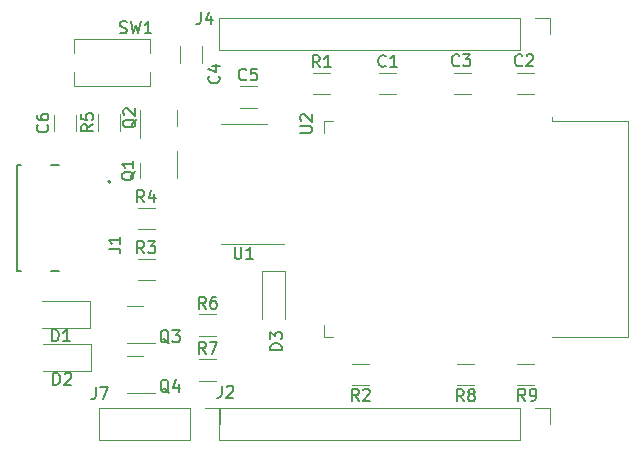
<source format=gto>
G04 #@! TF.GenerationSoftware,KiCad,Pcbnew,7.0.5-0*
G04 #@! TF.CreationDate,2024-02-05T02:45:17-05:00*
G04 #@! TF.ProjectId,keystone-esp,6b657973-746f-46e6-952d-6573702e6b69,rev?*
G04 #@! TF.SameCoordinates,Original*
G04 #@! TF.FileFunction,Legend,Top*
G04 #@! TF.FilePolarity,Positive*
%FSLAX46Y46*%
G04 Gerber Fmt 4.6, Leading zero omitted, Abs format (unit mm)*
G04 Created by KiCad (PCBNEW 7.0.5-0) date 2024-02-05 02:45:17*
%MOMM*%
%LPD*%
G01*
G04 APERTURE LIST*
%ADD10C,0.150000*%
%ADD11C,0.120000*%
%ADD12C,0.200000*%
G04 APERTURE END LIST*
D10*
G04 #@! TO.C,U2*
X200622819Y-87502904D02*
X201432342Y-87502904D01*
X201432342Y-87502904D02*
X201527580Y-87455285D01*
X201527580Y-87455285D02*
X201575200Y-87407666D01*
X201575200Y-87407666D02*
X201622819Y-87312428D01*
X201622819Y-87312428D02*
X201622819Y-87121952D01*
X201622819Y-87121952D02*
X201575200Y-87026714D01*
X201575200Y-87026714D02*
X201527580Y-86979095D01*
X201527580Y-86979095D02*
X201432342Y-86931476D01*
X201432342Y-86931476D02*
X200622819Y-86931476D01*
X200718057Y-86502904D02*
X200670438Y-86455285D01*
X200670438Y-86455285D02*
X200622819Y-86360047D01*
X200622819Y-86360047D02*
X200622819Y-86121952D01*
X200622819Y-86121952D02*
X200670438Y-86026714D01*
X200670438Y-86026714D02*
X200718057Y-85979095D01*
X200718057Y-85979095D02*
X200813295Y-85931476D01*
X200813295Y-85931476D02*
X200908533Y-85931476D01*
X200908533Y-85931476D02*
X201051390Y-85979095D01*
X201051390Y-85979095D02*
X201622819Y-86550523D01*
X201622819Y-86550523D02*
X201622819Y-85931476D01*
G04 #@! TO.C,D3*
X199082819Y-105894094D02*
X198082819Y-105894094D01*
X198082819Y-105894094D02*
X198082819Y-105655999D01*
X198082819Y-105655999D02*
X198130438Y-105513142D01*
X198130438Y-105513142D02*
X198225676Y-105417904D01*
X198225676Y-105417904D02*
X198320914Y-105370285D01*
X198320914Y-105370285D02*
X198511390Y-105322666D01*
X198511390Y-105322666D02*
X198654247Y-105322666D01*
X198654247Y-105322666D02*
X198844723Y-105370285D01*
X198844723Y-105370285D02*
X198939961Y-105417904D01*
X198939961Y-105417904D02*
X199035200Y-105513142D01*
X199035200Y-105513142D02*
X199082819Y-105655999D01*
X199082819Y-105655999D02*
X199082819Y-105894094D01*
X198082819Y-104989332D02*
X198082819Y-104370285D01*
X198082819Y-104370285D02*
X198463771Y-104703618D01*
X198463771Y-104703618D02*
X198463771Y-104560761D01*
X198463771Y-104560761D02*
X198511390Y-104465523D01*
X198511390Y-104465523D02*
X198559009Y-104417904D01*
X198559009Y-104417904D02*
X198654247Y-104370285D01*
X198654247Y-104370285D02*
X198892342Y-104370285D01*
X198892342Y-104370285D02*
X198987580Y-104417904D01*
X198987580Y-104417904D02*
X199035200Y-104465523D01*
X199035200Y-104465523D02*
X199082819Y-104560761D01*
X199082819Y-104560761D02*
X199082819Y-104846475D01*
X199082819Y-104846475D02*
X199035200Y-104941713D01*
X199035200Y-104941713D02*
X198987580Y-104989332D01*
G04 #@! TO.C,J7*
X183308666Y-109055819D02*
X183308666Y-109770104D01*
X183308666Y-109770104D02*
X183261047Y-109912961D01*
X183261047Y-109912961D02*
X183165809Y-110008200D01*
X183165809Y-110008200D02*
X183022952Y-110055819D01*
X183022952Y-110055819D02*
X182927714Y-110055819D01*
X183689619Y-109055819D02*
X184356285Y-109055819D01*
X184356285Y-109055819D02*
X183927714Y-110055819D01*
G04 #@! TO.C,R9*
X219670333Y-110182819D02*
X219337000Y-109706628D01*
X219098905Y-110182819D02*
X219098905Y-109182819D01*
X219098905Y-109182819D02*
X219479857Y-109182819D01*
X219479857Y-109182819D02*
X219575095Y-109230438D01*
X219575095Y-109230438D02*
X219622714Y-109278057D01*
X219622714Y-109278057D02*
X219670333Y-109373295D01*
X219670333Y-109373295D02*
X219670333Y-109516152D01*
X219670333Y-109516152D02*
X219622714Y-109611390D01*
X219622714Y-109611390D02*
X219575095Y-109659009D01*
X219575095Y-109659009D02*
X219479857Y-109706628D01*
X219479857Y-109706628D02*
X219098905Y-109706628D01*
X220146524Y-110182819D02*
X220337000Y-110182819D01*
X220337000Y-110182819D02*
X220432238Y-110135200D01*
X220432238Y-110135200D02*
X220479857Y-110087580D01*
X220479857Y-110087580D02*
X220575095Y-109944723D01*
X220575095Y-109944723D02*
X220622714Y-109754247D01*
X220622714Y-109754247D02*
X220622714Y-109373295D01*
X220622714Y-109373295D02*
X220575095Y-109278057D01*
X220575095Y-109278057D02*
X220527476Y-109230438D01*
X220527476Y-109230438D02*
X220432238Y-109182819D01*
X220432238Y-109182819D02*
X220241762Y-109182819D01*
X220241762Y-109182819D02*
X220146524Y-109230438D01*
X220146524Y-109230438D02*
X220098905Y-109278057D01*
X220098905Y-109278057D02*
X220051286Y-109373295D01*
X220051286Y-109373295D02*
X220051286Y-109611390D01*
X220051286Y-109611390D02*
X220098905Y-109706628D01*
X220098905Y-109706628D02*
X220146524Y-109754247D01*
X220146524Y-109754247D02*
X220241762Y-109801866D01*
X220241762Y-109801866D02*
X220432238Y-109801866D01*
X220432238Y-109801866D02*
X220527476Y-109754247D01*
X220527476Y-109754247D02*
X220575095Y-109706628D01*
X220575095Y-109706628D02*
X220622714Y-109611390D01*
G04 #@! TO.C,R8*
X214463333Y-110224819D02*
X214130000Y-109748628D01*
X213891905Y-110224819D02*
X213891905Y-109224819D01*
X213891905Y-109224819D02*
X214272857Y-109224819D01*
X214272857Y-109224819D02*
X214368095Y-109272438D01*
X214368095Y-109272438D02*
X214415714Y-109320057D01*
X214415714Y-109320057D02*
X214463333Y-109415295D01*
X214463333Y-109415295D02*
X214463333Y-109558152D01*
X214463333Y-109558152D02*
X214415714Y-109653390D01*
X214415714Y-109653390D02*
X214368095Y-109701009D01*
X214368095Y-109701009D02*
X214272857Y-109748628D01*
X214272857Y-109748628D02*
X213891905Y-109748628D01*
X215034762Y-109653390D02*
X214939524Y-109605771D01*
X214939524Y-109605771D02*
X214891905Y-109558152D01*
X214891905Y-109558152D02*
X214844286Y-109462914D01*
X214844286Y-109462914D02*
X214844286Y-109415295D01*
X214844286Y-109415295D02*
X214891905Y-109320057D01*
X214891905Y-109320057D02*
X214939524Y-109272438D01*
X214939524Y-109272438D02*
X215034762Y-109224819D01*
X215034762Y-109224819D02*
X215225238Y-109224819D01*
X215225238Y-109224819D02*
X215320476Y-109272438D01*
X215320476Y-109272438D02*
X215368095Y-109320057D01*
X215368095Y-109320057D02*
X215415714Y-109415295D01*
X215415714Y-109415295D02*
X215415714Y-109462914D01*
X215415714Y-109462914D02*
X215368095Y-109558152D01*
X215368095Y-109558152D02*
X215320476Y-109605771D01*
X215320476Y-109605771D02*
X215225238Y-109653390D01*
X215225238Y-109653390D02*
X215034762Y-109653390D01*
X215034762Y-109653390D02*
X214939524Y-109701009D01*
X214939524Y-109701009D02*
X214891905Y-109748628D01*
X214891905Y-109748628D02*
X214844286Y-109843866D01*
X214844286Y-109843866D02*
X214844286Y-110034342D01*
X214844286Y-110034342D02*
X214891905Y-110129580D01*
X214891905Y-110129580D02*
X214939524Y-110177200D01*
X214939524Y-110177200D02*
X215034762Y-110224819D01*
X215034762Y-110224819D02*
X215225238Y-110224819D01*
X215225238Y-110224819D02*
X215320476Y-110177200D01*
X215320476Y-110177200D02*
X215368095Y-110129580D01*
X215368095Y-110129580D02*
X215415714Y-110034342D01*
X215415714Y-110034342D02*
X215415714Y-109843866D01*
X215415714Y-109843866D02*
X215368095Y-109748628D01*
X215368095Y-109748628D02*
X215320476Y-109701009D01*
X215320476Y-109701009D02*
X215225238Y-109653390D01*
G04 #@! TO.C,SW1*
X185356667Y-79020200D02*
X185499524Y-79067819D01*
X185499524Y-79067819D02*
X185737619Y-79067819D01*
X185737619Y-79067819D02*
X185832857Y-79020200D01*
X185832857Y-79020200D02*
X185880476Y-78972580D01*
X185880476Y-78972580D02*
X185928095Y-78877342D01*
X185928095Y-78877342D02*
X185928095Y-78782104D01*
X185928095Y-78782104D02*
X185880476Y-78686866D01*
X185880476Y-78686866D02*
X185832857Y-78639247D01*
X185832857Y-78639247D02*
X185737619Y-78591628D01*
X185737619Y-78591628D02*
X185547143Y-78544009D01*
X185547143Y-78544009D02*
X185451905Y-78496390D01*
X185451905Y-78496390D02*
X185404286Y-78448771D01*
X185404286Y-78448771D02*
X185356667Y-78353533D01*
X185356667Y-78353533D02*
X185356667Y-78258295D01*
X185356667Y-78258295D02*
X185404286Y-78163057D01*
X185404286Y-78163057D02*
X185451905Y-78115438D01*
X185451905Y-78115438D02*
X185547143Y-78067819D01*
X185547143Y-78067819D02*
X185785238Y-78067819D01*
X185785238Y-78067819D02*
X185928095Y-78115438D01*
X186261429Y-78067819D02*
X186499524Y-79067819D01*
X186499524Y-79067819D02*
X186690000Y-78353533D01*
X186690000Y-78353533D02*
X186880476Y-79067819D01*
X186880476Y-79067819D02*
X187118572Y-78067819D01*
X188023333Y-79067819D02*
X187451905Y-79067819D01*
X187737619Y-79067819D02*
X187737619Y-78067819D01*
X187737619Y-78067819D02*
X187642381Y-78210676D01*
X187642381Y-78210676D02*
X187547143Y-78305914D01*
X187547143Y-78305914D02*
X187451905Y-78353533D01*
G04 #@! TO.C,U1*
X195072095Y-97175819D02*
X195072095Y-97985342D01*
X195072095Y-97985342D02*
X195119714Y-98080580D01*
X195119714Y-98080580D02*
X195167333Y-98128200D01*
X195167333Y-98128200D02*
X195262571Y-98175819D01*
X195262571Y-98175819D02*
X195453047Y-98175819D01*
X195453047Y-98175819D02*
X195548285Y-98128200D01*
X195548285Y-98128200D02*
X195595904Y-98080580D01*
X195595904Y-98080580D02*
X195643523Y-97985342D01*
X195643523Y-97985342D02*
X195643523Y-97175819D01*
X196643523Y-98175819D02*
X196072095Y-98175819D01*
X196357809Y-98175819D02*
X196357809Y-97175819D01*
X196357809Y-97175819D02*
X196262571Y-97318676D01*
X196262571Y-97318676D02*
X196167333Y-97413914D01*
X196167333Y-97413914D02*
X196072095Y-97461533D01*
G04 #@! TO.C,R7*
X192619333Y-106203819D02*
X192286000Y-105727628D01*
X192047905Y-106203819D02*
X192047905Y-105203819D01*
X192047905Y-105203819D02*
X192428857Y-105203819D01*
X192428857Y-105203819D02*
X192524095Y-105251438D01*
X192524095Y-105251438D02*
X192571714Y-105299057D01*
X192571714Y-105299057D02*
X192619333Y-105394295D01*
X192619333Y-105394295D02*
X192619333Y-105537152D01*
X192619333Y-105537152D02*
X192571714Y-105632390D01*
X192571714Y-105632390D02*
X192524095Y-105680009D01*
X192524095Y-105680009D02*
X192428857Y-105727628D01*
X192428857Y-105727628D02*
X192047905Y-105727628D01*
X192952667Y-105203819D02*
X193619333Y-105203819D01*
X193619333Y-105203819D02*
X193190762Y-106203819D01*
G04 #@! TO.C,R6*
X192619333Y-102393819D02*
X192286000Y-101917628D01*
X192047905Y-102393819D02*
X192047905Y-101393819D01*
X192047905Y-101393819D02*
X192428857Y-101393819D01*
X192428857Y-101393819D02*
X192524095Y-101441438D01*
X192524095Y-101441438D02*
X192571714Y-101489057D01*
X192571714Y-101489057D02*
X192619333Y-101584295D01*
X192619333Y-101584295D02*
X192619333Y-101727152D01*
X192619333Y-101727152D02*
X192571714Y-101822390D01*
X192571714Y-101822390D02*
X192524095Y-101870009D01*
X192524095Y-101870009D02*
X192428857Y-101917628D01*
X192428857Y-101917628D02*
X192047905Y-101917628D01*
X193476476Y-101393819D02*
X193286000Y-101393819D01*
X193286000Y-101393819D02*
X193190762Y-101441438D01*
X193190762Y-101441438D02*
X193143143Y-101489057D01*
X193143143Y-101489057D02*
X193047905Y-101631914D01*
X193047905Y-101631914D02*
X193000286Y-101822390D01*
X193000286Y-101822390D02*
X193000286Y-102203342D01*
X193000286Y-102203342D02*
X193047905Y-102298580D01*
X193047905Y-102298580D02*
X193095524Y-102346200D01*
X193095524Y-102346200D02*
X193190762Y-102393819D01*
X193190762Y-102393819D02*
X193381238Y-102393819D01*
X193381238Y-102393819D02*
X193476476Y-102346200D01*
X193476476Y-102346200D02*
X193524095Y-102298580D01*
X193524095Y-102298580D02*
X193571714Y-102203342D01*
X193571714Y-102203342D02*
X193571714Y-101965247D01*
X193571714Y-101965247D02*
X193524095Y-101870009D01*
X193524095Y-101870009D02*
X193476476Y-101822390D01*
X193476476Y-101822390D02*
X193381238Y-101774771D01*
X193381238Y-101774771D02*
X193190762Y-101774771D01*
X193190762Y-101774771D02*
X193095524Y-101822390D01*
X193095524Y-101822390D02*
X193047905Y-101870009D01*
X193047905Y-101870009D02*
X193000286Y-101965247D01*
G04 #@! TO.C,R5*
X183089619Y-86780666D02*
X182613428Y-87113999D01*
X183089619Y-87352094D02*
X182089619Y-87352094D01*
X182089619Y-87352094D02*
X182089619Y-86971142D01*
X182089619Y-86971142D02*
X182137238Y-86875904D01*
X182137238Y-86875904D02*
X182184857Y-86828285D01*
X182184857Y-86828285D02*
X182280095Y-86780666D01*
X182280095Y-86780666D02*
X182422952Y-86780666D01*
X182422952Y-86780666D02*
X182518190Y-86828285D01*
X182518190Y-86828285D02*
X182565809Y-86875904D01*
X182565809Y-86875904D02*
X182613428Y-86971142D01*
X182613428Y-86971142D02*
X182613428Y-87352094D01*
X182089619Y-85875904D02*
X182089619Y-86352094D01*
X182089619Y-86352094D02*
X182565809Y-86399713D01*
X182565809Y-86399713D02*
X182518190Y-86352094D01*
X182518190Y-86352094D02*
X182470571Y-86256856D01*
X182470571Y-86256856D02*
X182470571Y-86018761D01*
X182470571Y-86018761D02*
X182518190Y-85923523D01*
X182518190Y-85923523D02*
X182565809Y-85875904D01*
X182565809Y-85875904D02*
X182661047Y-85828285D01*
X182661047Y-85828285D02*
X182899142Y-85828285D01*
X182899142Y-85828285D02*
X182994380Y-85875904D01*
X182994380Y-85875904D02*
X183042000Y-85923523D01*
X183042000Y-85923523D02*
X183089619Y-86018761D01*
X183089619Y-86018761D02*
X183089619Y-86256856D01*
X183089619Y-86256856D02*
X183042000Y-86352094D01*
X183042000Y-86352094D02*
X182994380Y-86399713D01*
G04 #@! TO.C,R4*
X187412333Y-93376819D02*
X187079000Y-92900628D01*
X186840905Y-93376819D02*
X186840905Y-92376819D01*
X186840905Y-92376819D02*
X187221857Y-92376819D01*
X187221857Y-92376819D02*
X187317095Y-92424438D01*
X187317095Y-92424438D02*
X187364714Y-92472057D01*
X187364714Y-92472057D02*
X187412333Y-92567295D01*
X187412333Y-92567295D02*
X187412333Y-92710152D01*
X187412333Y-92710152D02*
X187364714Y-92805390D01*
X187364714Y-92805390D02*
X187317095Y-92853009D01*
X187317095Y-92853009D02*
X187221857Y-92900628D01*
X187221857Y-92900628D02*
X186840905Y-92900628D01*
X188269476Y-92710152D02*
X188269476Y-93376819D01*
X188031381Y-92329200D02*
X187793286Y-93043485D01*
X187793286Y-93043485D02*
X188412333Y-93043485D01*
G04 #@! TO.C,R3*
X187412333Y-97694819D02*
X187079000Y-97218628D01*
X186840905Y-97694819D02*
X186840905Y-96694819D01*
X186840905Y-96694819D02*
X187221857Y-96694819D01*
X187221857Y-96694819D02*
X187317095Y-96742438D01*
X187317095Y-96742438D02*
X187364714Y-96790057D01*
X187364714Y-96790057D02*
X187412333Y-96885295D01*
X187412333Y-96885295D02*
X187412333Y-97028152D01*
X187412333Y-97028152D02*
X187364714Y-97123390D01*
X187364714Y-97123390D02*
X187317095Y-97171009D01*
X187317095Y-97171009D02*
X187221857Y-97218628D01*
X187221857Y-97218628D02*
X186840905Y-97218628D01*
X187745667Y-96694819D02*
X188364714Y-96694819D01*
X188364714Y-96694819D02*
X188031381Y-97075771D01*
X188031381Y-97075771D02*
X188174238Y-97075771D01*
X188174238Y-97075771D02*
X188269476Y-97123390D01*
X188269476Y-97123390D02*
X188317095Y-97171009D01*
X188317095Y-97171009D02*
X188364714Y-97266247D01*
X188364714Y-97266247D02*
X188364714Y-97504342D01*
X188364714Y-97504342D02*
X188317095Y-97599580D01*
X188317095Y-97599580D02*
X188269476Y-97647200D01*
X188269476Y-97647200D02*
X188174238Y-97694819D01*
X188174238Y-97694819D02*
X187888524Y-97694819D01*
X187888524Y-97694819D02*
X187793286Y-97647200D01*
X187793286Y-97647200D02*
X187745667Y-97599580D01*
G04 #@! TO.C,R2*
X205573333Y-110182819D02*
X205240000Y-109706628D01*
X205001905Y-110182819D02*
X205001905Y-109182819D01*
X205001905Y-109182819D02*
X205382857Y-109182819D01*
X205382857Y-109182819D02*
X205478095Y-109230438D01*
X205478095Y-109230438D02*
X205525714Y-109278057D01*
X205525714Y-109278057D02*
X205573333Y-109373295D01*
X205573333Y-109373295D02*
X205573333Y-109516152D01*
X205573333Y-109516152D02*
X205525714Y-109611390D01*
X205525714Y-109611390D02*
X205478095Y-109659009D01*
X205478095Y-109659009D02*
X205382857Y-109706628D01*
X205382857Y-109706628D02*
X205001905Y-109706628D01*
X205954286Y-109278057D02*
X206001905Y-109230438D01*
X206001905Y-109230438D02*
X206097143Y-109182819D01*
X206097143Y-109182819D02*
X206335238Y-109182819D01*
X206335238Y-109182819D02*
X206430476Y-109230438D01*
X206430476Y-109230438D02*
X206478095Y-109278057D01*
X206478095Y-109278057D02*
X206525714Y-109373295D01*
X206525714Y-109373295D02*
X206525714Y-109468533D01*
X206525714Y-109468533D02*
X206478095Y-109611390D01*
X206478095Y-109611390D02*
X205906667Y-110182819D01*
X205906667Y-110182819D02*
X206525714Y-110182819D01*
G04 #@! TO.C,R1*
X202271333Y-81946819D02*
X201938000Y-81470628D01*
X201699905Y-81946819D02*
X201699905Y-80946819D01*
X201699905Y-80946819D02*
X202080857Y-80946819D01*
X202080857Y-80946819D02*
X202176095Y-80994438D01*
X202176095Y-80994438D02*
X202223714Y-81042057D01*
X202223714Y-81042057D02*
X202271333Y-81137295D01*
X202271333Y-81137295D02*
X202271333Y-81280152D01*
X202271333Y-81280152D02*
X202223714Y-81375390D01*
X202223714Y-81375390D02*
X202176095Y-81423009D01*
X202176095Y-81423009D02*
X202080857Y-81470628D01*
X202080857Y-81470628D02*
X201699905Y-81470628D01*
X203223714Y-81946819D02*
X202652286Y-81946819D01*
X202938000Y-81946819D02*
X202938000Y-80946819D01*
X202938000Y-80946819D02*
X202842762Y-81089676D01*
X202842762Y-81089676D02*
X202747524Y-81184914D01*
X202747524Y-81184914D02*
X202652286Y-81232533D01*
G04 #@! TO.C,Q4*
X189515761Y-109516057D02*
X189420523Y-109468438D01*
X189420523Y-109468438D02*
X189325285Y-109373200D01*
X189325285Y-109373200D02*
X189182428Y-109230342D01*
X189182428Y-109230342D02*
X189087190Y-109182723D01*
X189087190Y-109182723D02*
X188991952Y-109182723D01*
X189039571Y-109420819D02*
X188944333Y-109373200D01*
X188944333Y-109373200D02*
X188849095Y-109277961D01*
X188849095Y-109277961D02*
X188801476Y-109087485D01*
X188801476Y-109087485D02*
X188801476Y-108754152D01*
X188801476Y-108754152D02*
X188849095Y-108563676D01*
X188849095Y-108563676D02*
X188944333Y-108468438D01*
X188944333Y-108468438D02*
X189039571Y-108420819D01*
X189039571Y-108420819D02*
X189230047Y-108420819D01*
X189230047Y-108420819D02*
X189325285Y-108468438D01*
X189325285Y-108468438D02*
X189420523Y-108563676D01*
X189420523Y-108563676D02*
X189468142Y-108754152D01*
X189468142Y-108754152D02*
X189468142Y-109087485D01*
X189468142Y-109087485D02*
X189420523Y-109277961D01*
X189420523Y-109277961D02*
X189325285Y-109373200D01*
X189325285Y-109373200D02*
X189230047Y-109420819D01*
X189230047Y-109420819D02*
X189039571Y-109420819D01*
X190325285Y-108754152D02*
X190325285Y-109420819D01*
X190087190Y-108373200D02*
X189849095Y-109087485D01*
X189849095Y-109087485D02*
X190468142Y-109087485D01*
G04 #@! TO.C,Q3*
X189515761Y-105325057D02*
X189420523Y-105277438D01*
X189420523Y-105277438D02*
X189325285Y-105182200D01*
X189325285Y-105182200D02*
X189182428Y-105039342D01*
X189182428Y-105039342D02*
X189087190Y-104991723D01*
X189087190Y-104991723D02*
X188991952Y-104991723D01*
X189039571Y-105229819D02*
X188944333Y-105182200D01*
X188944333Y-105182200D02*
X188849095Y-105086961D01*
X188849095Y-105086961D02*
X188801476Y-104896485D01*
X188801476Y-104896485D02*
X188801476Y-104563152D01*
X188801476Y-104563152D02*
X188849095Y-104372676D01*
X188849095Y-104372676D02*
X188944333Y-104277438D01*
X188944333Y-104277438D02*
X189039571Y-104229819D01*
X189039571Y-104229819D02*
X189230047Y-104229819D01*
X189230047Y-104229819D02*
X189325285Y-104277438D01*
X189325285Y-104277438D02*
X189420523Y-104372676D01*
X189420523Y-104372676D02*
X189468142Y-104563152D01*
X189468142Y-104563152D02*
X189468142Y-104896485D01*
X189468142Y-104896485D02*
X189420523Y-105086961D01*
X189420523Y-105086961D02*
X189325285Y-105182200D01*
X189325285Y-105182200D02*
X189230047Y-105229819D01*
X189230047Y-105229819D02*
X189039571Y-105229819D01*
X189801476Y-104229819D02*
X190420523Y-104229819D01*
X190420523Y-104229819D02*
X190087190Y-104610771D01*
X190087190Y-104610771D02*
X190230047Y-104610771D01*
X190230047Y-104610771D02*
X190325285Y-104658390D01*
X190325285Y-104658390D02*
X190372904Y-104706009D01*
X190372904Y-104706009D02*
X190420523Y-104801247D01*
X190420523Y-104801247D02*
X190420523Y-105039342D01*
X190420523Y-105039342D02*
X190372904Y-105134580D01*
X190372904Y-105134580D02*
X190325285Y-105182200D01*
X190325285Y-105182200D02*
X190230047Y-105229819D01*
X190230047Y-105229819D02*
X189944333Y-105229819D01*
X189944333Y-105229819D02*
X189849095Y-105182200D01*
X189849095Y-105182200D02*
X189801476Y-105134580D01*
G04 #@! TO.C,Q2*
X186745057Y-86328238D02*
X186697438Y-86423476D01*
X186697438Y-86423476D02*
X186602200Y-86518714D01*
X186602200Y-86518714D02*
X186459342Y-86661571D01*
X186459342Y-86661571D02*
X186411723Y-86756809D01*
X186411723Y-86756809D02*
X186411723Y-86852047D01*
X186649819Y-86804428D02*
X186602200Y-86899666D01*
X186602200Y-86899666D02*
X186506961Y-86994904D01*
X186506961Y-86994904D02*
X186316485Y-87042523D01*
X186316485Y-87042523D02*
X185983152Y-87042523D01*
X185983152Y-87042523D02*
X185792676Y-86994904D01*
X185792676Y-86994904D02*
X185697438Y-86899666D01*
X185697438Y-86899666D02*
X185649819Y-86804428D01*
X185649819Y-86804428D02*
X185649819Y-86613952D01*
X185649819Y-86613952D02*
X185697438Y-86518714D01*
X185697438Y-86518714D02*
X185792676Y-86423476D01*
X185792676Y-86423476D02*
X185983152Y-86375857D01*
X185983152Y-86375857D02*
X186316485Y-86375857D01*
X186316485Y-86375857D02*
X186506961Y-86423476D01*
X186506961Y-86423476D02*
X186602200Y-86518714D01*
X186602200Y-86518714D02*
X186649819Y-86613952D01*
X186649819Y-86613952D02*
X186649819Y-86804428D01*
X185745057Y-85994904D02*
X185697438Y-85947285D01*
X185697438Y-85947285D02*
X185649819Y-85852047D01*
X185649819Y-85852047D02*
X185649819Y-85613952D01*
X185649819Y-85613952D02*
X185697438Y-85518714D01*
X185697438Y-85518714D02*
X185745057Y-85471095D01*
X185745057Y-85471095D02*
X185840295Y-85423476D01*
X185840295Y-85423476D02*
X185935533Y-85423476D01*
X185935533Y-85423476D02*
X186078390Y-85471095D01*
X186078390Y-85471095D02*
X186649819Y-86042523D01*
X186649819Y-86042523D02*
X186649819Y-85423476D01*
G04 #@! TO.C,Q1*
X186605057Y-90773238D02*
X186557438Y-90868476D01*
X186557438Y-90868476D02*
X186462200Y-90963714D01*
X186462200Y-90963714D02*
X186319342Y-91106571D01*
X186319342Y-91106571D02*
X186271723Y-91201809D01*
X186271723Y-91201809D02*
X186271723Y-91297047D01*
X186509819Y-91249428D02*
X186462200Y-91344666D01*
X186462200Y-91344666D02*
X186366961Y-91439904D01*
X186366961Y-91439904D02*
X186176485Y-91487523D01*
X186176485Y-91487523D02*
X185843152Y-91487523D01*
X185843152Y-91487523D02*
X185652676Y-91439904D01*
X185652676Y-91439904D02*
X185557438Y-91344666D01*
X185557438Y-91344666D02*
X185509819Y-91249428D01*
X185509819Y-91249428D02*
X185509819Y-91058952D01*
X185509819Y-91058952D02*
X185557438Y-90963714D01*
X185557438Y-90963714D02*
X185652676Y-90868476D01*
X185652676Y-90868476D02*
X185843152Y-90820857D01*
X185843152Y-90820857D02*
X186176485Y-90820857D01*
X186176485Y-90820857D02*
X186366961Y-90868476D01*
X186366961Y-90868476D02*
X186462200Y-90963714D01*
X186462200Y-90963714D02*
X186509819Y-91058952D01*
X186509819Y-91058952D02*
X186509819Y-91249428D01*
X186509819Y-89868476D02*
X186509819Y-90439904D01*
X186509819Y-90154190D02*
X185509819Y-90154190D01*
X185509819Y-90154190D02*
X185652676Y-90249428D01*
X185652676Y-90249428D02*
X185747914Y-90344666D01*
X185747914Y-90344666D02*
X185795533Y-90439904D01*
G04 #@! TO.C,J4*
X192198666Y-77305819D02*
X192198666Y-78020104D01*
X192198666Y-78020104D02*
X192151047Y-78162961D01*
X192151047Y-78162961D02*
X192055809Y-78258200D01*
X192055809Y-78258200D02*
X191912952Y-78305819D01*
X191912952Y-78305819D02*
X191817714Y-78305819D01*
X193103428Y-77639152D02*
X193103428Y-78305819D01*
X192865333Y-77258200D02*
X192627238Y-77972485D01*
X192627238Y-77972485D02*
X193246285Y-77972485D01*
G04 #@! TO.C,J2*
X193976666Y-108928819D02*
X193976666Y-109643104D01*
X193976666Y-109643104D02*
X193929047Y-109785961D01*
X193929047Y-109785961D02*
X193833809Y-109881200D01*
X193833809Y-109881200D02*
X193690952Y-109928819D01*
X193690952Y-109928819D02*
X193595714Y-109928819D01*
X194405238Y-109024057D02*
X194452857Y-108976438D01*
X194452857Y-108976438D02*
X194548095Y-108928819D01*
X194548095Y-108928819D02*
X194786190Y-108928819D01*
X194786190Y-108928819D02*
X194881428Y-108976438D01*
X194881428Y-108976438D02*
X194929047Y-109024057D01*
X194929047Y-109024057D02*
X194976666Y-109119295D01*
X194976666Y-109119295D02*
X194976666Y-109214533D01*
X194976666Y-109214533D02*
X194929047Y-109357390D01*
X194929047Y-109357390D02*
X194357619Y-109928819D01*
X194357619Y-109928819D02*
X194976666Y-109928819D01*
G04 #@! TO.C,J1*
X184404819Y-97317333D02*
X185119104Y-97317333D01*
X185119104Y-97317333D02*
X185261961Y-97364952D01*
X185261961Y-97364952D02*
X185357200Y-97460190D01*
X185357200Y-97460190D02*
X185404819Y-97603047D01*
X185404819Y-97603047D02*
X185404819Y-97698285D01*
X185404819Y-96317333D02*
X185404819Y-96888761D01*
X185404819Y-96603047D02*
X184404819Y-96603047D01*
X184404819Y-96603047D02*
X184547676Y-96698285D01*
X184547676Y-96698285D02*
X184642914Y-96793523D01*
X184642914Y-96793523D02*
X184690533Y-96888761D01*
G04 #@! TO.C,D2*
X179728905Y-108827819D02*
X179728905Y-107827819D01*
X179728905Y-107827819D02*
X179967000Y-107827819D01*
X179967000Y-107827819D02*
X180109857Y-107875438D01*
X180109857Y-107875438D02*
X180205095Y-107970676D01*
X180205095Y-107970676D02*
X180252714Y-108065914D01*
X180252714Y-108065914D02*
X180300333Y-108256390D01*
X180300333Y-108256390D02*
X180300333Y-108399247D01*
X180300333Y-108399247D02*
X180252714Y-108589723D01*
X180252714Y-108589723D02*
X180205095Y-108684961D01*
X180205095Y-108684961D02*
X180109857Y-108780200D01*
X180109857Y-108780200D02*
X179967000Y-108827819D01*
X179967000Y-108827819D02*
X179728905Y-108827819D01*
X180681286Y-107923057D02*
X180728905Y-107875438D01*
X180728905Y-107875438D02*
X180824143Y-107827819D01*
X180824143Y-107827819D02*
X181062238Y-107827819D01*
X181062238Y-107827819D02*
X181157476Y-107875438D01*
X181157476Y-107875438D02*
X181205095Y-107923057D01*
X181205095Y-107923057D02*
X181252714Y-108018295D01*
X181252714Y-108018295D02*
X181252714Y-108113533D01*
X181252714Y-108113533D02*
X181205095Y-108256390D01*
X181205095Y-108256390D02*
X180633667Y-108827819D01*
X180633667Y-108827819D02*
X181252714Y-108827819D01*
G04 #@! TO.C,D1*
X179601905Y-105144819D02*
X179601905Y-104144819D01*
X179601905Y-104144819D02*
X179840000Y-104144819D01*
X179840000Y-104144819D02*
X179982857Y-104192438D01*
X179982857Y-104192438D02*
X180078095Y-104287676D01*
X180078095Y-104287676D02*
X180125714Y-104382914D01*
X180125714Y-104382914D02*
X180173333Y-104573390D01*
X180173333Y-104573390D02*
X180173333Y-104716247D01*
X180173333Y-104716247D02*
X180125714Y-104906723D01*
X180125714Y-104906723D02*
X180078095Y-105001961D01*
X180078095Y-105001961D02*
X179982857Y-105097200D01*
X179982857Y-105097200D02*
X179840000Y-105144819D01*
X179840000Y-105144819D02*
X179601905Y-105144819D01*
X181125714Y-105144819D02*
X180554286Y-105144819D01*
X180840000Y-105144819D02*
X180840000Y-104144819D01*
X180840000Y-104144819D02*
X180744762Y-104287676D01*
X180744762Y-104287676D02*
X180649524Y-104382914D01*
X180649524Y-104382914D02*
X180554286Y-104430533D01*
G04 #@! TO.C,C6*
X179205180Y-86831466D02*
X179252800Y-86879085D01*
X179252800Y-86879085D02*
X179300419Y-87021942D01*
X179300419Y-87021942D02*
X179300419Y-87117180D01*
X179300419Y-87117180D02*
X179252800Y-87260037D01*
X179252800Y-87260037D02*
X179157561Y-87355275D01*
X179157561Y-87355275D02*
X179062323Y-87402894D01*
X179062323Y-87402894D02*
X178871847Y-87450513D01*
X178871847Y-87450513D02*
X178728990Y-87450513D01*
X178728990Y-87450513D02*
X178538514Y-87402894D01*
X178538514Y-87402894D02*
X178443276Y-87355275D01*
X178443276Y-87355275D02*
X178348038Y-87260037D01*
X178348038Y-87260037D02*
X178300419Y-87117180D01*
X178300419Y-87117180D02*
X178300419Y-87021942D01*
X178300419Y-87021942D02*
X178348038Y-86879085D01*
X178348038Y-86879085D02*
X178395657Y-86831466D01*
X178300419Y-85974323D02*
X178300419Y-86164799D01*
X178300419Y-86164799D02*
X178348038Y-86260037D01*
X178348038Y-86260037D02*
X178395657Y-86307656D01*
X178395657Y-86307656D02*
X178538514Y-86402894D01*
X178538514Y-86402894D02*
X178728990Y-86450513D01*
X178728990Y-86450513D02*
X179109942Y-86450513D01*
X179109942Y-86450513D02*
X179205180Y-86402894D01*
X179205180Y-86402894D02*
X179252800Y-86355275D01*
X179252800Y-86355275D02*
X179300419Y-86260037D01*
X179300419Y-86260037D02*
X179300419Y-86069561D01*
X179300419Y-86069561D02*
X179252800Y-85974323D01*
X179252800Y-85974323D02*
X179205180Y-85926704D01*
X179205180Y-85926704D02*
X179109942Y-85879085D01*
X179109942Y-85879085D02*
X178871847Y-85879085D01*
X178871847Y-85879085D02*
X178776609Y-85926704D01*
X178776609Y-85926704D02*
X178728990Y-85974323D01*
X178728990Y-85974323D02*
X178681371Y-86069561D01*
X178681371Y-86069561D02*
X178681371Y-86260037D01*
X178681371Y-86260037D02*
X178728990Y-86355275D01*
X178728990Y-86355275D02*
X178776609Y-86402894D01*
X178776609Y-86402894D02*
X178871847Y-86450513D01*
G04 #@! TO.C,C5*
X196048333Y-82964580D02*
X196000714Y-83012200D01*
X196000714Y-83012200D02*
X195857857Y-83059819D01*
X195857857Y-83059819D02*
X195762619Y-83059819D01*
X195762619Y-83059819D02*
X195619762Y-83012200D01*
X195619762Y-83012200D02*
X195524524Y-82916961D01*
X195524524Y-82916961D02*
X195476905Y-82821723D01*
X195476905Y-82821723D02*
X195429286Y-82631247D01*
X195429286Y-82631247D02*
X195429286Y-82488390D01*
X195429286Y-82488390D02*
X195476905Y-82297914D01*
X195476905Y-82297914D02*
X195524524Y-82202676D01*
X195524524Y-82202676D02*
X195619762Y-82107438D01*
X195619762Y-82107438D02*
X195762619Y-82059819D01*
X195762619Y-82059819D02*
X195857857Y-82059819D01*
X195857857Y-82059819D02*
X196000714Y-82107438D01*
X196000714Y-82107438D02*
X196048333Y-82155057D01*
X196953095Y-82059819D02*
X196476905Y-82059819D01*
X196476905Y-82059819D02*
X196429286Y-82536009D01*
X196429286Y-82536009D02*
X196476905Y-82488390D01*
X196476905Y-82488390D02*
X196572143Y-82440771D01*
X196572143Y-82440771D02*
X196810238Y-82440771D01*
X196810238Y-82440771D02*
X196905476Y-82488390D01*
X196905476Y-82488390D02*
X196953095Y-82536009D01*
X196953095Y-82536009D02*
X197000714Y-82631247D01*
X197000714Y-82631247D02*
X197000714Y-82869342D01*
X197000714Y-82869342D02*
X196953095Y-82964580D01*
X196953095Y-82964580D02*
X196905476Y-83012200D01*
X196905476Y-83012200D02*
X196810238Y-83059819D01*
X196810238Y-83059819D02*
X196572143Y-83059819D01*
X196572143Y-83059819D02*
X196476905Y-83012200D01*
X196476905Y-83012200D02*
X196429286Y-82964580D01*
G04 #@! TO.C,C4*
X193729780Y-82691266D02*
X193777400Y-82738885D01*
X193777400Y-82738885D02*
X193825019Y-82881742D01*
X193825019Y-82881742D02*
X193825019Y-82976980D01*
X193825019Y-82976980D02*
X193777400Y-83119837D01*
X193777400Y-83119837D02*
X193682161Y-83215075D01*
X193682161Y-83215075D02*
X193586923Y-83262694D01*
X193586923Y-83262694D02*
X193396447Y-83310313D01*
X193396447Y-83310313D02*
X193253590Y-83310313D01*
X193253590Y-83310313D02*
X193063114Y-83262694D01*
X193063114Y-83262694D02*
X192967876Y-83215075D01*
X192967876Y-83215075D02*
X192872638Y-83119837D01*
X192872638Y-83119837D02*
X192825019Y-82976980D01*
X192825019Y-82976980D02*
X192825019Y-82881742D01*
X192825019Y-82881742D02*
X192872638Y-82738885D01*
X192872638Y-82738885D02*
X192920257Y-82691266D01*
X193158352Y-81834123D02*
X193825019Y-81834123D01*
X192777400Y-82072218D02*
X193491685Y-82310313D01*
X193491685Y-82310313D02*
X193491685Y-81691266D01*
G04 #@! TO.C,C3*
X214082333Y-81766580D02*
X214034714Y-81814200D01*
X214034714Y-81814200D02*
X213891857Y-81861819D01*
X213891857Y-81861819D02*
X213796619Y-81861819D01*
X213796619Y-81861819D02*
X213653762Y-81814200D01*
X213653762Y-81814200D02*
X213558524Y-81718961D01*
X213558524Y-81718961D02*
X213510905Y-81623723D01*
X213510905Y-81623723D02*
X213463286Y-81433247D01*
X213463286Y-81433247D02*
X213463286Y-81290390D01*
X213463286Y-81290390D02*
X213510905Y-81099914D01*
X213510905Y-81099914D02*
X213558524Y-81004676D01*
X213558524Y-81004676D02*
X213653762Y-80909438D01*
X213653762Y-80909438D02*
X213796619Y-80861819D01*
X213796619Y-80861819D02*
X213891857Y-80861819D01*
X213891857Y-80861819D02*
X214034714Y-80909438D01*
X214034714Y-80909438D02*
X214082333Y-80957057D01*
X214415667Y-80861819D02*
X215034714Y-80861819D01*
X215034714Y-80861819D02*
X214701381Y-81242771D01*
X214701381Y-81242771D02*
X214844238Y-81242771D01*
X214844238Y-81242771D02*
X214939476Y-81290390D01*
X214939476Y-81290390D02*
X214987095Y-81338009D01*
X214987095Y-81338009D02*
X215034714Y-81433247D01*
X215034714Y-81433247D02*
X215034714Y-81671342D01*
X215034714Y-81671342D02*
X214987095Y-81766580D01*
X214987095Y-81766580D02*
X214939476Y-81814200D01*
X214939476Y-81814200D02*
X214844238Y-81861819D01*
X214844238Y-81861819D02*
X214558524Y-81861819D01*
X214558524Y-81861819D02*
X214463286Y-81814200D01*
X214463286Y-81814200D02*
X214415667Y-81766580D01*
G04 #@! TO.C,C2*
X219416333Y-81766580D02*
X219368714Y-81814200D01*
X219368714Y-81814200D02*
X219225857Y-81861819D01*
X219225857Y-81861819D02*
X219130619Y-81861819D01*
X219130619Y-81861819D02*
X218987762Y-81814200D01*
X218987762Y-81814200D02*
X218892524Y-81718961D01*
X218892524Y-81718961D02*
X218844905Y-81623723D01*
X218844905Y-81623723D02*
X218797286Y-81433247D01*
X218797286Y-81433247D02*
X218797286Y-81290390D01*
X218797286Y-81290390D02*
X218844905Y-81099914D01*
X218844905Y-81099914D02*
X218892524Y-81004676D01*
X218892524Y-81004676D02*
X218987762Y-80909438D01*
X218987762Y-80909438D02*
X219130619Y-80861819D01*
X219130619Y-80861819D02*
X219225857Y-80861819D01*
X219225857Y-80861819D02*
X219368714Y-80909438D01*
X219368714Y-80909438D02*
X219416333Y-80957057D01*
X219797286Y-80957057D02*
X219844905Y-80909438D01*
X219844905Y-80909438D02*
X219940143Y-80861819D01*
X219940143Y-80861819D02*
X220178238Y-80861819D01*
X220178238Y-80861819D02*
X220273476Y-80909438D01*
X220273476Y-80909438D02*
X220321095Y-80957057D01*
X220321095Y-80957057D02*
X220368714Y-81052295D01*
X220368714Y-81052295D02*
X220368714Y-81147533D01*
X220368714Y-81147533D02*
X220321095Y-81290390D01*
X220321095Y-81290390D02*
X219749667Y-81861819D01*
X219749667Y-81861819D02*
X220368714Y-81861819D01*
G04 #@! TO.C,C1*
X207859333Y-81821580D02*
X207811714Y-81869200D01*
X207811714Y-81869200D02*
X207668857Y-81916819D01*
X207668857Y-81916819D02*
X207573619Y-81916819D01*
X207573619Y-81916819D02*
X207430762Y-81869200D01*
X207430762Y-81869200D02*
X207335524Y-81773961D01*
X207335524Y-81773961D02*
X207287905Y-81678723D01*
X207287905Y-81678723D02*
X207240286Y-81488247D01*
X207240286Y-81488247D02*
X207240286Y-81345390D01*
X207240286Y-81345390D02*
X207287905Y-81154914D01*
X207287905Y-81154914D02*
X207335524Y-81059676D01*
X207335524Y-81059676D02*
X207430762Y-80964438D01*
X207430762Y-80964438D02*
X207573619Y-80916819D01*
X207573619Y-80916819D02*
X207668857Y-80916819D01*
X207668857Y-80916819D02*
X207811714Y-80964438D01*
X207811714Y-80964438D02*
X207859333Y-81012057D01*
X208811714Y-81916819D02*
X208240286Y-81916819D01*
X208526000Y-81916819D02*
X208526000Y-80916819D01*
X208526000Y-80916819D02*
X208430762Y-81059676D01*
X208430762Y-81059676D02*
X208335524Y-81154914D01*
X208335524Y-81154914D02*
X208240286Y-81202533D01*
D11*
G04 #@! TO.C,U2*
X202636000Y-86533000D02*
X202636000Y-87533000D01*
X203416000Y-86533000D02*
X202636000Y-86533000D01*
X221961000Y-86533000D02*
X221961000Y-86153000D01*
X202636000Y-104773000D02*
X202636000Y-103773000D01*
X203416000Y-104773000D02*
X202636000Y-104773000D01*
X228376000Y-86533000D02*
X221961000Y-86533000D01*
X228376000Y-86533000D02*
X228376000Y-104773000D01*
X228376000Y-104773000D02*
X221961000Y-104773000D01*
G04 #@! TO.C,D3*
X197374000Y-99240000D02*
X197374000Y-103250000D01*
X199374000Y-99240000D02*
X199374000Y-103250000D01*
X199374000Y-99240000D02*
X197374000Y-99240000D01*
G04 #@! TO.C,J7*
X191262000Y-113471000D02*
X183582000Y-113471000D01*
X192532000Y-110811000D02*
X193862000Y-110811000D01*
X183582000Y-110811000D02*
X183582000Y-113471000D01*
X191262000Y-110811000D02*
X191262000Y-113471000D01*
X193862000Y-110811000D02*
X193862000Y-112141000D01*
X191262000Y-110811000D02*
X183582000Y-110811000D01*
G04 #@! TO.C,R9*
X218982936Y-107040000D02*
X220437064Y-107040000D01*
X218982936Y-108860000D02*
X220437064Y-108860000D01*
G04 #@! TO.C,R8*
X215357064Y-108860000D02*
X213902936Y-108860000D01*
X215357064Y-107040000D02*
X213902936Y-107040000D01*
G04 #@! TO.C,SW1*
X181508800Y-83534000D02*
X187908800Y-83534000D01*
X187908800Y-80734000D02*
X187908800Y-79534000D01*
X187908800Y-83534000D02*
X187908800Y-82334000D01*
X187908800Y-79534000D02*
X181508800Y-79534000D01*
X181508800Y-82334000D02*
X181508800Y-83534000D01*
X181508800Y-79534000D02*
X181508800Y-80734000D01*
G04 #@! TO.C,U1*
X195834000Y-96881000D02*
X199284000Y-96881000D01*
X195834000Y-86761000D02*
X193884000Y-86761000D01*
X195834000Y-96881000D02*
X193884000Y-96881000D01*
X195834000Y-86761000D02*
X197784000Y-86761000D01*
G04 #@! TO.C,R7*
X192058936Y-108479000D02*
X193513064Y-108479000D01*
X192058936Y-106659000D02*
X193513064Y-106659000D01*
G04 #@! TO.C,R6*
X192058936Y-102849000D02*
X193513064Y-102849000D01*
X192058936Y-104669000D02*
X193513064Y-104669000D01*
G04 #@! TO.C,R5*
X183544800Y-87341064D02*
X183544800Y-85886936D01*
X185364800Y-87341064D02*
X185364800Y-85886936D01*
G04 #@! TO.C,R4*
X186851936Y-93832000D02*
X188306064Y-93832000D01*
X186851936Y-95652000D02*
X188306064Y-95652000D01*
G04 #@! TO.C,R3*
X186851936Y-98150000D02*
X188306064Y-98150000D01*
X186851936Y-99970000D02*
X188306064Y-99970000D01*
G04 #@! TO.C,R2*
X205012936Y-107040000D02*
X206467064Y-107040000D01*
X205012936Y-108860000D02*
X206467064Y-108860000D01*
G04 #@! TO.C,R1*
X201710936Y-82402000D02*
X203165064Y-82402000D01*
X201710936Y-84222000D02*
X203165064Y-84222000D01*
G04 #@! TO.C,Q4*
X186639200Y-109510000D02*
X185989200Y-109510000D01*
X186639200Y-106390000D02*
X185989200Y-106390000D01*
X186639200Y-109510000D02*
X188314200Y-109510000D01*
X186639200Y-106390000D02*
X187289200Y-106390000D01*
G04 #@! TO.C,Q3*
X186639200Y-105293600D02*
X185989200Y-105293600D01*
X186639200Y-102173600D02*
X185989200Y-102173600D01*
X186639200Y-105293600D02*
X188314200Y-105293600D01*
X186639200Y-102173600D02*
X187289200Y-102173600D01*
G04 #@! TO.C,Q2*
X187035000Y-86233000D02*
X187035000Y-85583000D01*
X190155000Y-86233000D02*
X190155000Y-85583000D01*
X187035000Y-86233000D02*
X187035000Y-87908000D01*
X190155000Y-86233000D02*
X190155000Y-86883000D01*
G04 #@! TO.C,Q1*
X190180400Y-90678000D02*
X190180400Y-91328000D01*
X187060400Y-90678000D02*
X187060400Y-91328000D01*
X190180400Y-90678000D02*
X190180400Y-89003000D01*
X187060400Y-90678000D02*
X187060400Y-90028000D01*
G04 #@! TO.C,J4*
X221802000Y-77791000D02*
X221802000Y-79121000D01*
X219202000Y-77791000D02*
X193742000Y-77791000D01*
X193742000Y-77791000D02*
X193742000Y-80451000D01*
X219202000Y-77791000D02*
X219202000Y-80451000D01*
X219202000Y-80451000D02*
X193742000Y-80451000D01*
X220472000Y-77791000D02*
X221802000Y-77791000D01*
G04 #@! TO.C,J2*
X221802000Y-110811000D02*
X221802000Y-112141000D01*
X219202000Y-110811000D02*
X193742000Y-110811000D01*
X193742000Y-110811000D02*
X193742000Y-113471000D01*
X219202000Y-110811000D02*
X219202000Y-113471000D01*
X219202000Y-113471000D02*
X193742000Y-113471000D01*
X220472000Y-110811000D02*
X221802000Y-110811000D01*
D12*
G04 #@! TO.C,J1*
X180196000Y-90228000D02*
X179516000Y-90228000D01*
X176956000Y-90228000D02*
X176606000Y-90228000D01*
X176606000Y-90228000D02*
X176606000Y-99168000D01*
X180196000Y-99168000D02*
X179516000Y-99168000D01*
X176606000Y-99168000D02*
X176956000Y-99168000D01*
X184542000Y-91650000D02*
G75*
G03*
X184542000Y-91650000I-100000J0D01*
G01*
D11*
G04 #@! TO.C,D2*
X182927000Y-105418000D02*
X178867000Y-105418000D01*
X182927000Y-107688000D02*
X182927000Y-105418000D01*
X178867000Y-107688000D02*
X182927000Y-107688000D01*
G04 #@! TO.C,D1*
X182800000Y-101735000D02*
X178740000Y-101735000D01*
X182800000Y-104005000D02*
X182800000Y-101735000D01*
X178740000Y-104005000D02*
X182800000Y-104005000D01*
G04 #@! TO.C,C6*
X179785600Y-87376052D02*
X179785600Y-85953548D01*
X181605600Y-87376052D02*
X181605600Y-85953548D01*
G04 #@! TO.C,C5*
X195503748Y-85365000D02*
X196926252Y-85365000D01*
X195503748Y-83545000D02*
X196926252Y-83545000D01*
G04 #@! TO.C,C4*
X192299000Y-81610252D02*
X192299000Y-80187748D01*
X190479000Y-81610252D02*
X190479000Y-80187748D01*
G04 #@! TO.C,C3*
X215087252Y-82402000D02*
X213664748Y-82402000D01*
X215087252Y-84222000D02*
X213664748Y-84222000D01*
G04 #@! TO.C,C2*
X218998748Y-84222000D02*
X220421252Y-84222000D01*
X218998748Y-82402000D02*
X220421252Y-82402000D01*
G04 #@! TO.C,C1*
X207314748Y-84222000D02*
X208737252Y-84222000D01*
X207314748Y-82402000D02*
X208737252Y-82402000D01*
G04 #@! TD*
M02*

</source>
